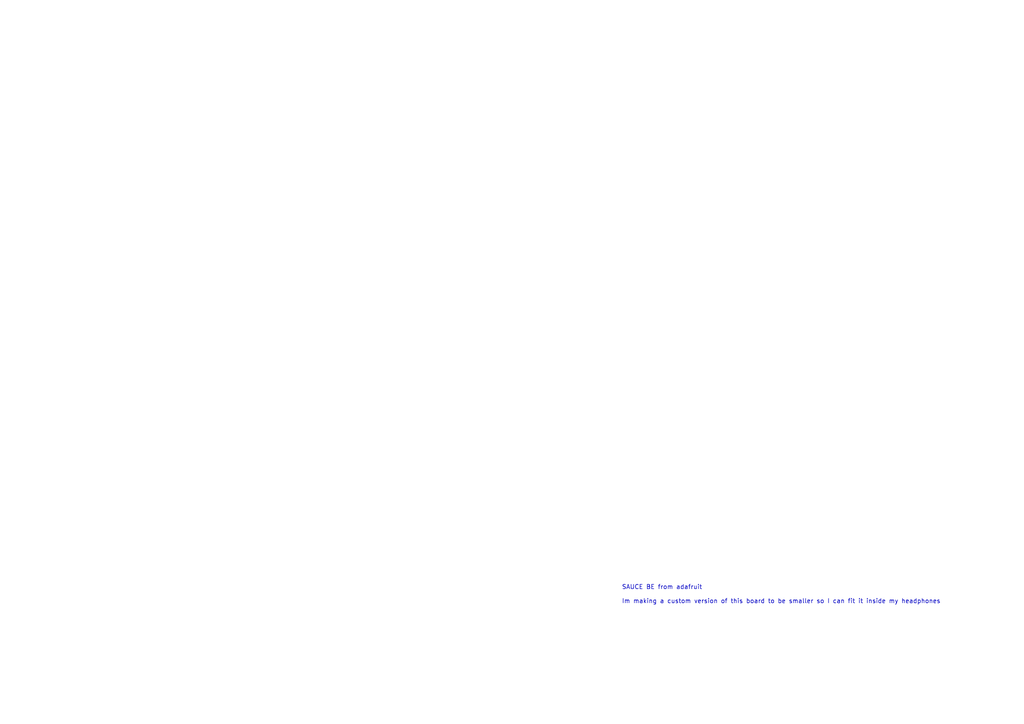
<source format=kicad_sch>
(kicad_sch (version 20211123) (generator eeschema)
  (paper "A4")
  (lib_symbols
    (symbol "Audio:UDA1334ATS"
      (property "Reference" "U" (at -10.16 16.51 0))
      (property "Value" "UDA1334ATS" (at 3.81 16.51 0))
      (symbol "UDA1334ATS_0_1"
        (rectangle (start -10.16 15.24) (end 10.16 -15.24) (stroke (width 0.254)) (fill (type background)))
      )
      (symbol "UDA1334ATS_1_1"
        (pin input line (at -12.7 12.7 0) (length 2.54) (name "BCK") (number "1"))
        (pin input line (at -12.7 2.54 0) (length 2.54) (name "PLL0") (number "10"))
        (pin input line (at -12.7 -7.62 0) (length 2.54) (name "SFOR0") (number "11"))
        (pin passive line (at 12.7 -7.62 180) (length 2.54) (name "Vref(DAC)") (number "12"))
        (pin power_in line (at 2.54 17.78 270) (length 2.54) (name "VDDA") (number "13"))
        (pin output line (at 12.7 7.62 180) (length 2.54) (name "VOUTL") (number "14"))
        (pin power_in line (at 2.54 -17.78 90) (length 2.54) (name "VSSA") (number "15"))
        (pin output line (at 12.7 5.08 180) (length 2.54) (name "VOUTR") (number "16"))
        (pin input line (at -12.7 10.16 0) (length 2.54) (name "WS") (number "2"))
        (pin input line (at -12.7 7.62 0) (length 2.54) (name "DATAI") (number "3"))
        (pin power_in line (at 0 17.78 270) (length 2.54) (name "VDDD") (number "4"))
        (pin power_in line (at 0 -17.78 90) (length 2.54) (name "VSSD") (number "5"))
        (pin input line (at -12.7 0 0) (length 2.54) (name "SYSCLK/PLL1") (number "6"))
        (pin input line (at -12.7 -10.16 0) (length 2.54) (name "SFOR1") (number "7"))
        (pin input line (at -12.7 -5.08 0) (length 2.54) (name "MUTE") (number "8"))
        (pin bidirectional line (at -12.7 -2.54 0) (length 2.54) (name "DEEM/CLKOUT") (number "9"))
      )
    )
    (symbol "Connector_Generic:Conn_01x06" (pin_names (offset 1.016) hide)
      (property "Reference" "J" (at 0 7.62 0))
      (property "Value" "Conn_01x06" (at 0 -10.16 0))
      (symbol "Conn_01x06_1_1"
        (rectangle (start -1.27 -7.493) (end 0 -7.747) (stroke (width 0.1524)))
        (rectangle (start -1.27 -4.953) (end 0 -5.207) (stroke (width 0.1524)))
        (rectangle (start -1.27 -2.413) (end 0 -2.667) (stroke (width 0.1524)))
        (rectangle (start -1.27 0.127) (end 0 -0.127) (stroke (width 0.1524)))
        (rectangle (start -1.27 2.667) (end 0 2.413) (stroke (width 0.1524)))
        (rectangle (start -1.27 5.207) (end 0 4.953) (stroke (width 0.1524)))
        (rectangle (start -1.27 6.35) (end 1.27 -8.89) (stroke (width 0.254)) (fill (type background)))
        (pin passive line (at -5.08 5.08 0) (length 3.81) (name "Pin_1") (number "1"))
        (pin passive line (at -5.08 2.54 0) (length 3.81) (name "Pin_2") (number "2"))
        (pin passive line (at -5.08 0 0) (length 3.81) (name "Pin_3") (number "3"))
        (pin passive line (at -5.08 -2.54 0) (length 3.81) (name "Pin_4") (number "4"))
        (pin passive line (at -5.08 -5.08 0) (length 3.81) (name "Pin_5") (number "5"))
        (pin passive line (at -5.08 -7.62 0) (length 3.81) (name "Pin_6") (number "6"))
      )
    )
    (symbol "Connector_Generic:Conn_01x09" (pin_names (offset 1.016) hide)
      (property "Reference" "J" (at 0 12.7 0))
      (property "Value" "Conn_01x09" (at 0 -12.7 0))
      (symbol "Conn_01x09_1_1"
        (rectangle (start -1.27 -10.033) (end 0 -10.287) (stroke (width 0.1524)))
        (rectangle (start -1.27 -7.493) (end 0 -7.747) (stroke (width 0.1524)))
        (rectangle (start -1.27 -4.953) (end 0 -5.207) (stroke (width 0.1524)))
        (rectangle (start -1.27 -2.413) (end 0 -2.667) (stroke (width 0.1524)))
        (rectangle (start -1.27 0.127) (end 0 -0.127) (stroke (width 0.1524)))
        (rectangle (start -1.27 2.667) (end 0 2.413) (stroke (width 0.1524)))
        (rectangle (start -1.27 5.207) (end 0 4.953) (stroke (width 0.1524)))
        (rectangle (start -1.27 7.747) (end 0 7.493) (stroke (width 0.1524)))
        (rectangle (start -1.27 10.287) (end 0 10.033) (stroke (width 0.1524)))
        (rectangle (start -1.27 11.43) (end 1.27 -11.43) (stroke (width 0.254)) (fill (type background)))
        (pin passive line (at -5.08 10.16 0) (length 3.81) (name "Pin_1") (number "1"))
        (pin passive line (at -5.08 7.62 0) (length 3.81) (name "Pin_2") (number "2"))
        (pin passive line (at -5.08 5.08 0) (length 3.81) (name "Pin_3") (number "3"))
        (pin passive line (at -5.08 2.54 0) (length 3.81) (name "Pin_4") (number "4"))
        (pin passive line (at -5.08 0 0) (length 3.81) (name "Pin_5") (number "5"))
        (pin passive line (at -5.08 -2.54 0) (length 3.81) (name "Pin_6") (number "6"))
        (pin passive line (at -5.08 -5.08 0) (length 3.81) (name "Pin_7") (number "7"))
        (pin passive line (at -5.08 -7.62 0) (length 3.81) (name "Pin_8") (number "8"))
        (pin passive line (at -5.08 -10.16 0) (length 3.81) (name "Pin_9") (number "9"))
      )
    )
    (symbol "Device:C_Small" (pin_numbers hide) (pin_names (offset 0.254) hide)
      (property "Reference" "C" (at 0.254 1.778 0))
      (property "Value" "C_Small" (at 0.254 -2.032 0))
      (symbol "C_Small_0_1"
        (polyline (pts (xy -1.524 -0.508) (xy 1.524 -0.508)) (stroke (width 0.3302)))
        (polyline (pts (xy -1.524 0.508) (xy 1.524 0.508)) (stroke (width 0.3048)))
      )
      (symbol "C_Small_1_1"
        (pin passive line (at 0 2.54 270) (length 2.032) (name "~") (number "1"))
        (pin passive line (at 0 -2.54 90) (length 2.032) (name "~") (number "2"))
      )
    )
    (symbol "Device:FerriteBead_Small" (pin_numbers hide) (pin_names (offset 0))
      (property "Reference" "FB" (at 1.905 1.27 0))
      (property "Value" "FerriteBead_Small" (at 1.905 -1.27 0))
      (symbol "FerriteBead_Small_0_1"
        (polyline (pts (xy 0 -1.27) (xy 0 -0.7874)))
        (polyline (pts (xy 0 0.889) (xy 0 1.2954)))
        (polyline (pts (xy -1.8288 0.2794) (xy -1.1176 1.4986) (xy 1.8288 -0.2032) (xy 1.1176 -1.4224) (xy -1.8288 0.2794)))
      )
      (symbol "FerriteBead_Small_1_1"
        (pin passive line (at 0 2.54 270) (length 1.27) (name "~") (number "1"))
        (pin passive line (at 0 -2.54 90) (length 1.27) (name "~") (number "2"))
      )
    )
    (symbol "Device:R_Small" (pin_numbers hide) (pin_names (offset 0.254) hide)
      (property "Reference" "R" (at 0.762 0.508 0))
      (property "Value" "R_Small" (at 0.762 -1.016 0))
      (symbol "R_Small_0_1"
        (rectangle (start -0.762 1.778) (end 0.762 -1.778) (stroke (width 0.2032)))
      )
      (symbol "R_Small_1_1"
        (pin passive line (at 0 2.54 270) (length 0.762) (name "~") (number "1"))
        (pin passive line (at 0 -2.54 90) (length 0.762) (name "~") (number "2"))
      )
    )
    (symbol "Mechanical:MountingHole" (pin_names (offset 1.016))
      (property "Reference" "H" (at 0 5.08 0))
      (property "Value" "MountingHole" (at 0 3.175 0))
      (symbol "MountingHole_0_1"
        (circle (center 0 0) (radius 1.27) (stroke (width 1.27)))
      )
    )
    (symbol "Regulator_Linear:SPX3819M5-L-3-3" (pin_names (offset 0.254))
      (property "Reference" "U" (at -3.81 5.715 0))
      (property "Value" "SPX3819M5-L-3-3" (at 0 5.715 0))
      (symbol "SPX3819M5-L-3-3_0_1"
        (rectangle (start -5.08 4.445) (end 5.08 -5.08) (stroke (width 0.254)) (fill (type background)))
      )
      (symbol "SPX3819M5-L-3-3_1_1"
        (pin power_in line (at -7.62 2.54 0) (length 2.54) (name "IN") (number "1"))
        (pin power_in line (at 0 -7.62 90) (length 2.54) (name "GND") (number "2"))
        (pin input line (at -7.62 0 0) (length 2.54) (name "EN") (number "3"))
        (pin input line (at 7.62 0 180) (length 2.54) (name "BP") (number "4"))
        (pin power_out line (at 7.62 2.54 180) (length 2.54) (name "OUT") (number "5"))
      )
    )
    (symbol "UDA1334-eagle-import:3.3V" (power)
      (property "Value" "3.3V" (at -1.524 1.016 0))
      (symbol "3.3V_1_0"
        (polyline (pts (xy -1.27 -1.27) (xy 0 0)) (stroke (width 0.254)))
        (polyline (pts (xy 0 0) (xy 1.27 -1.27)) (stroke (width 0.254)))
        (pin power_in line (at 0 -2.54 90) (length 2.54) (name "3.3V") (number "1"))
      )
    )
    (symbol "UDA1334-eagle-import:VIN" (power)
      (property "Value" "VIN" (at -1.524 1.016 0))
      (symbol "VIN_1_0"
        (polyline (pts (xy -1.27 -1.27) (xy 0 0)) (stroke (width 0.254)))
        (polyline (pts (xy 0 0) (xy 1.27 -1.27)) (stroke (width 0.254)))
        (pin power_in line (at 0 -2.54 90) (length 2.54) (name "VIN") (number "1"))
      )
    )
    (symbol "power:GND" (power) (pin_names (offset 0))
      (property "Value" "GND" (at 0 -3.81 0))
      (symbol "GND_0_1"
        (polyline (pts (xy 0 0) (xy 0 -1.27) (xy 1.27 -1.27) (xy 0 -2.54) (xy -1.27 -1.27) (xy 0 -1.27)))
      )
      (symbol "GND_1_1"
        (pin power_in line (at 0 0 270) (length 0) hide (name "GND") (number "1"))
      )
    )
    (symbol "power:GNDA" (power) (pin_names (offset 0))
      (property "Value" "GNDA" (at 0 -3.81 0))
      (symbol "GNDA_0_1"
        (polyline (pts (xy 0 0) (xy 0 -1.27) (xy 1.27 -1.27) (xy 0 -2.54) (xy -1.27 -1.27) (xy 0 -1.27)))
      )
      (symbol "GNDA_1_1"
        (pin power_in line (at 0 0 270) (length 0) hide (name "GNDA") (number "1"))
      )
    )
  )
  (junction (at 325.12 99.06))
  (junction (at 414.02 53.34))
  (junction (at 439.42 40.64))
  (junction (at 326.39 54.61))
  (junction (at 363.22 46.99))
  (junction (at 360.68 99.06))
  (junction (at 350.52 46.99))
  (junction (at 350.52 54.61))
  (junction (at 339.09 54.61))
  (junction (at 450.85 40.64))
  (junction (at 434.34 24.13))
  (junction (at 443.23 24.13))
  (junction (at 330.2 99.06))
  (junction (at 339.09 46.99))
  (junction (at 363.22 54.61))
  (polyline (pts (xy 499.11 12.7) (xy 499.11 176.53)))
  (wire (pts (xy 450.85 41.91) (xy 450.85 40.64)))
  (wire (pts (xy 455.93 69.85) (xy 430.53 69.85)))
  (wire (pts (xy 435.61 110.49) (xy 435.61 107.95)))
  (wire (pts (xy 375.92 45.72) (xy 386.08 45.72)))
  (wire (pts (xy 439.42 40.64) (xy 444.5 40.64)))
  (wire (pts (xy 453.39 123.19) (xy 430.53 123.19)))
  (wire (pts (xy 450.85 46.99) (xy 450.85 48.26)))
  (wire (pts (xy 425.45 115.57) (xy 425.45 123.19)))
  (wire (pts (xy 411.48 53.34) (xy 414.02 53.34)))
  (wire (pts (xy 455.93 77.47) (xy 430.53 77.47)))
  (wire (pts (xy 339.09 63.5) (xy 339.09 54.61)))
  (wire (pts (xy 330.2 101.6) (xy 330.2 99.06)))
  (wire (pts (xy 443.23 31.75) (xy 443.23 30.48)))
  (wire (pts (xy 434.34 24.13) (xy 431.8 24.13)))
  (wire (pts (xy 342.9 109.22) (xy 342.9 118.11)))
  (wire (pts (xy 414.02 53.34) (xy 421.64 53.34)))
  (wire (pts (xy 453.39 118.11) (xy 430.53 118.11)))
  (wire (pts (xy 373.38 48.26) (xy 386.08 48.26)))
  (wire (pts (xy 350.52 46.99) (xy 353.06 46.99)))
  (wire (pts (xy 397.51 95.25) (xy 397.51 97.79)))
  (wire (pts (xy 321.31 54.61) (xy 321.31 59.69)))
  (wire (pts (xy 360.68 111.76) (xy 360.68 116.84)))
  (wire (pts (xy 397.51 102.87) (xy 397.51 110.49)))
  (wire (pts (xy 402.59 102.87) (xy 402.59 110.49)))
  (wire (pts (xy 434.34 24.13) (xy 436.88 24.13)))
  (wire (pts (xy 425.45 128.27) (xy 425.45 135.89)))
  (wire (pts (xy 414.02 53.34) (xy 414.02 58.42)))
  (wire (pts (xy 387.35 95.25) (xy 387.35 97.79)))
  (wire (pts (xy 363.22 36.83) (xy 363.22 29.21)))
  (wire (pts (xy 387.35 102.87) (xy 387.35 110.49)))
  (wire (pts (xy 421.64 38.1) (xy 421.64 24.13)))
  (wire (pts (xy 379.73 55.88) (xy 386.08 55.88)))
  (wire (pts (xy 360.68 99.06) (xy 360.68 93.98)))
  (wire (pts (xy 326.39 54.61) (xy 321.31 54.61)))
  (wire (pts (xy 392.43 95.25) (xy 392.43 97.79)))
  (wire (pts (xy 443.23 25.4) (xy 443.23 24.13)))
  (wire (pts (xy 411.48 40.64) (xy 431.8 40.64)))
  (wire (pts (xy 421.64 53.34) (xy 421.64 58.42)))
  (wire (pts (xy 363.22 46.99) (xy 363.22 41.91)))
  (wire (pts (xy 325.12 99.06) (xy 325.12 106.68)))
  (wire (pts (xy 392.43 102.87) (xy 392.43 110.49)))
  (wire (pts (xy 334.01 54.61) (xy 339.09 54.61)))
  (wire (pts (xy 350.52 99.06) (xy 360.68 99.06)))
  (wire (pts (xy 353.06 54.61) (xy 350.52 54.61)))
  (wire (pts (xy 411.48 38.1) (xy 421.64 38.1)))
  (wire (pts (xy 381 50.8) (xy 386.08 50.8)))
  (wire (pts (xy 325.12 111.76) (xy 325.12 116.84)))
  (wire (pts (xy 439.42 41.91) (xy 439.42 40.64)))
  (wire (pts (xy 353.06 101.6) (xy 350.52 101.6)))
  (wire (pts (xy 453.39 125.73) (xy 430.53 125.73)))
  (wire (pts (xy 453.39 130.81) (xy 430.53 130.81)))
  (wire (pts (xy 326.39 54.61) (xy 326.39 46.99)))
  (wire (pts (xy 358.14 46.99) (xy 363.22 46.99)))
  (wire (pts (xy 453.39 110.49) (xy 435.61 110.49)))
  (wire (pts (xy 439.42 40.64) (xy 436.88 40.64)))
  (wire (pts (xy 350.52 41.91) (xy 350.52 46.99)))
  (wire (pts (xy 330.2 101.6) (xy 335.28 101.6)))
  (wire (pts (xy 379.73 43.18) (xy 386.08 43.18)))
  (wire (pts (xy 345.44 54.61) (xy 345.44 59.69)))
  (wire (pts (xy 453.39 115.57) (xy 425.45 115.57)))
  (polyline (pts (xy 499.11 176.53) (xy 311.15 176.53)))
  (wire (pts (xy 330.2 99.06) (xy 335.28 99.06)))
  (wire (pts (xy 455.93 80.01) (xy 430.53 80.01)))
  (wire (pts (xy 330.2 99.06) (xy 325.12 99.06)))
  (wire (pts (xy 421.64 24.13) (xy 426.72 24.13)))
  (wire (pts (xy 407.67 95.25) (xy 407.67 97.79)))
  (wire (pts (xy 443.23 24.13) (xy 445.77 24.13)))
  (wire (pts (xy 353.06 106.68) (xy 353.06 101.6)))
  (wire (pts (xy 441.96 24.13) (xy 443.23 24.13)))
  (wire (pts (xy 350.52 54.61) (xy 350.52 46.99)))
  (wire (pts (xy 382.27 95.25) (xy 382.27 97.79)))
  (wire (pts (xy 353.06 117.602) (xy 353.06 111.76)))
  (wire (pts (xy 326.39 46.99) (xy 328.93 46.99)))
  (wire (pts (xy 455.93 74.93) (xy 430.53 74.93)))
  (polyline (pts (xy 311.15 12.7) (xy 499.11 12.7)))
  (wire (pts (xy 453.39 113.03) (xy 430.53 113.03)))
  (wire (pts (xy 339.09 46.99) (xy 339.09 29.21)))
  (wire (pts (xy 363.22 54.61) (xy 363.22 46.99)))
  (wire (pts (xy 378.46 38.1) (xy 386.08 38.1)))
  (wire (pts (xy 325.12 99.06) (xy 325.12 93.98)))
  (wire (pts (xy 374.65 35.56) (xy 386.08 35.56)))
  (wire (pts (xy 434.34 30.48) (xy 434.34 31.75)))
  (wire (pts (xy 453.39 120.65) (xy 430.53 120.65)))
  (wire (pts (xy 455.93 72.39) (xy 430.53 72.39)))
  (polyline (pts (xy 311.15 12.7) (xy 311.15 176.53)))
  (wire (pts (xy 414.02 63.5) (xy 414.02 68.58)))
  (wire (pts (xy 334.01 46.99) (xy 339.09 46.99)))
  (wire (pts (xy 421.64 63.5) (xy 421.64 68.58)))
  (wire (pts (xy 407.67 102.87) (xy 407.67 110.49)))
  (wire (pts (xy 379.73 53.34) (xy 386.08 53.34)))
  (wire (pts (xy 434.34 24.13) (xy 434.34 25.4)))
  (wire (pts (xy 360.68 99.06) (xy 360.68 106.68)))
  (wire (pts (xy 450.85 40.64) (xy 453.39 40.64)))
  (wire (pts (xy 430.53 113.03) (xy 430.53 107.95)))
  (wire (pts (xy 326.39 59.69) (xy 326.39 54.61)))
  (wire (pts (xy 339.09 54.61) (xy 339.09 46.99)))
  (wire (pts (xy 402.59 95.25) (xy 402.59 97.79)))
  (wire (pts (xy 439.42 46.99) (xy 439.42 48.26)))
  (wire (pts (xy 358.14 54.61) (xy 363.22 54.61)))
  (wire (pts (xy 449.58 40.64) (xy 450.85 40.64)))
  (wire (pts (xy 455.93 82.55) (xy 430.53 82.55)))
  (wire (pts (xy 453.39 128.27) (xy 425.45 128.27)))
  (wire (pts (xy 350.52 62.23) (xy 350.52 54.61)))
  (wire (pts (xy 328.93 54.61) (xy 326.39 54.61)))
  (wire (pts (xy 363.22 59.69) (xy 363.22 54.61)))
  (wire (pts (xy 375.92 33.02) (xy 386.08 33.02)))
  (wire (pts (xy 382.27 102.87) (xy 382.27 110.49)))
  (text "MUTE:\nLOW = Mute Off\nHIGH = Mute On" (at 328.93 156.21 180) (effects (font (size 1.778 1.5113)) (justify left bottom)))
  (text "SFOR0   SFOR1   Function\nLOW     LOW     I2S-Bus Input\nLOW     HIGH    LSB-justified 16 bits input\nHIGH     LOW    LSB-justified 20 bits input\nHIGH     HIGH   LSB-justified 24 bits input" (at 328.93 143.51 0) (effects (font (size 1.778 1.5113)) (justify left bottom)))
  (text "DEEM:\nLOW = De-emphasis off\nHIGH = De-emphasis on" (at 328.93 168.91 180) (effects (font (size 1.778 1.5113)) (justify left bottom)))
  (text "UDA1334" (at 313.69 19.05 0) (effects (font (size 3 3) bold) (justify left bottom)))
  (text "SAUCE BE from adafruit\n\nIm making a custom version of this board to be smaller so I can fit it inside my headphones" (at 180.34 175.26 0) (effects (font (size 1.27 1.27)) (justify left bottom)))
  (label "OUTL" (at 430.53 125.73 0) (effects (font (size 1.2446 1.2446))))
  (label "SYSCLK_IN" (at 430.53 69.85 0) (effects (font (size 1.2446 1.2446))))
  (label "WORDSEL_IN" (at 374.65 35.56 0) (effects (font (size 1.2446 1.2446))))
  (label "SFOR0" (at 379.73 53.34 0) (effects (font (size 1.2446 1.2446))))
  (label "SFOR0" (at 392.43 95.25 90) (effects (font (size 1.2446 1.2446))))
  (label "PLL_IN" (at 430.53 80.01 0) (effects (font (size 1.2446 1.2446))))
  (label "OUTL" (at 445.77 24.13 0) (effects (font (size 1.2446 1.2446))))
  (label "PLL_IN" (at 407.67 95.25 90) (effects (font (size 1.2446 1.2446))))
  (label "OUTR" (at 430.53 130.81 0) (effects (font (size 1.2446 1.2446))))
  (label "BITCLK_IN" (at 375.92 33.02 0) (effects (font (size 1.2446 1.2446))))
  (label "MUTE" (at 381 50.8 0) (effects (font (size 1.2446 1.2446))))
  (label "MUTE" (at 430.53 74.93 0) (effects (font (size 1.2446 1.2446))))
  (label "MUTE" (at 397.51 95.25 90) (effects (font (size 1.2446 1.2446))))
  (label "SYSCLK_IN" (at 382.27 95.25 90) (effects (font (size 1.2446 1.2446))))
  (label "OUTR" (at 453.39 40.64 0) (effects (font (size 1.2446 1.2446))))
  (label "BITCLK_IN" (at 430.53 123.19 0) (effects (font (size 1.2446 1.2446))))
  (label "DEEM/CLKOUT" (at 373.38 48.26 0) (effects (font (size 1.2446 1.2446))))
  (label "SYSCLK_IN" (at 375.92 45.72 0) (effects (font (size 1.2446 1.2446))))
  (label "DEEM/CLKOUT" (at 402.59 95.25 90) (effects (font (size 1.2446 1.2446))))
  (label "SFOR1" (at 430.53 72.39 0) (effects (font (size 1.2446 1.2446))))
  (label "DATA_IN" (at 378.46 38.1 0) (effects (font (size 1.2446 1.2446))))
  (label "WORDSEL_IN" (at 430.53 118.11 0) (effects (font (size 1.2446 1.2446))))
  (label "DEEM/CLKOUT" (at 430.53 82.55 0) (effects (font (size 1.2446 1.2446))))
  (label "SFOR0" (at 430.53 77.47 0) (effects (font (size 1.2446 1.2446))))
  (label "DATA_IN" (at 430.53 120.65 0) (effects (font (size 1.2446 1.2446))))
  (label "PLL_IN" (at 379.73 43.18 0) (effects (font (size 1.2446 1.2446))))
  (label "SFOR1" (at 387.35 95.25 90) (effects (font (size 1.2446 1.2446))))
  (label "SFOR1" (at 379.73 55.88 0) (effects (font (size 1.2446 1.2446))))
  (global_label "VDDA" (shape input) (at 401.32 27.94 90) (property "Intersheet References" "${INTERSHEET_REFS}" (effects hide)))
  (global_label "VDDD" (shape input) (at 339.09 63.5 180) (property "Intersheet References" "${INTERSHEET_REFS}" (effects hide)))
  (global_label "VDDA" (shape input) (at 363.22 59.69 180) (property "Intersheet References" "${INTERSHEET_REFS}" (effects hide)))
  (global_label "VSSD" (shape input) (at 326.39 59.69 0) (property "Intersheet References" "${INTERSHEET_REFS}" (effects hide)))
  (global_label "VSSA" (shape input) (at 350.52 62.23 0) (property "Intersheet References" "${INTERSHEET_REFS}" (effects hide)))
  (global_label "VSSD" (shape input) (at 398.78 63.5 270) (property "Intersheet References" "${INTERSHEET_REFS}" (effects hide)))
  (global_label "VSSA" (shape input) (at 401.32 63.5 270) (property "Intersheet References" "${INTERSHEET_REFS}" (effects hide)))
  (global_label "VDDD" (shape input) (at 398.78 27.94 90) (property "Intersheet References" "${INTERSHEET_REFS}" (effects hide)))
  (symbol (lib_id "power:GND") (at 425.45 123.19 0) (unit 1)
    (property "Reference" "#U$26" (effects hide))
    (property "Value" "GND" (at 423.926 125.73 0) (effects (font (size 1.27 1.0795)) (justify left bottom)))
  )
  (symbol (lib_id "Device:R_Small") (at 397.51 100.33 180) (unit 1)
    (property "Reference" "R9" (at 394.97 100.33 0))
    (property "Value" "10k" (at 397.51 100.33 90) (effects (font (size 1.016 1.016) bold)))
    (property "Footprint" "Resistor_SMD:R_0603_1608Metric" (effects hide))
  )
  (symbol (lib_id "power:GND") (at 360.68 116.84 0) (unit 1)
    (property "Reference" "#U$20" (effects hide))
    (property "Value" "GND" (at 359.156 119.38 0) (effects (font (size 1.27 1.0795)) (justify left bottom)))
  )
  (symbol (lib_id "UDA1334-eagle-import:VIN") (at 325.12 91.44 0) (unit 1)
    (property "Reference" "#U$22" (effects hide))
    (property "Value" "VIN" (at 323.596 90.424 0) (effects (font (size 1.27 1.0795)) (justify left bottom)))
  )
  (symbol (lib_id "Device:R_Small") (at 434.34 27.94 180) (unit 1)
    (property "Reference" "R3" (at 434.34 30.48 0))
    (property "Value" "220k" (at 434.34 27.94 0) (effects (font (size 1.016 1.016) bold)))
    (property "Footprint" "Capacitor_SMD:C_0805_2012Metric" (effects hide))
  )
  (symbol (lib_id "Device:C_Small") (at 443.23 27.94 0) (unit 1)
    (property "Reference" "C7" (at 440.94 26.69 90))
    (property "Value" "0.01uF" (at 445.53 26.69 90))
    (property "Footprint" "Capacitor_SMD:C_0805_2012Metric" (effects hide))
  )
  (symbol (lib_id "Device:C_Small") (at 355.6 46.99 270) (unit 1)
    (property "Reference" "C2" (at 356.85 44.7 90))
    (property "Value" "10uF" (at 356.85 49.29 90))
    (property "Footprint" "Capacitor_SMD:C_0805_2012Metric" (effects hide))
  )
  (symbol (lib_id "Audio:UDA1334ATS") (at 398.78 45.72 0) (unit 1)
    (property "Reference" "U?" (at 403.3394 25.4 0) (effects (justify left)))
    (property "Value" "UDA1334ATS" (at 403.3394 27.94 0) (effects (justify left)))
    (property "Footprint" "Package_SO:SSOP-16_4.4x5.2mm_P0.65mm" (effects hide))
    (property "Datasheet" "http://www.nxp.com/docs/en/data-sheet/UDA1334ATS.pdf" (effects hide))
  )
  (symbol (lib_id "power:GND") (at 397.51 110.49 0) (unit 1)
    (property "Reference" "#U$15" (effects hide))
    (property "Value" "GND" (at 395.986 113.03 0) (effects (font (size 1.27 1.0795)) (justify left bottom)))
  )
  (symbol (lib_id "power:GND") (at 402.59 110.49 0) (unit 1)
    (property "Reference" "#U$16" (effects hide))
    (property "Value" "GND" (at 401.066 113.03 0) (effects (font (size 1.27 1.0795)) (justify left bottom)))
  )
  (symbol (lib_id "Device:R_Small") (at 382.27 100.33 180) (unit 1)
    (property "Reference" "R7" (at 379.73 100.33 0))
    (property "Value" "10k" (at 382.27 100.33 90) (effects (font (size 1.016 1.016) bold)))
    (property "Footprint" "Resistor_SMD:R_0603_1608Metric" (effects hide))
  )
  (symbol (lib_id "Device:R_Small") (at 407.67 100.33 180) (unit 1)
    (property "Reference" "R1" (at 405.13 100.33 0))
    (property "Value" "10k" (at 407.67 100.33 90) (effects (font (size 1.016 1.016) bold)))
    (property "Footprint" "Resistor_SMD:R_0603_1608Metric" (effects hide))
  )
  (symbol (lib_id "Device:C_Small") (at 450.85 44.45 0) (unit 1)
    (property "Reference" "C8" (at 448.56 43.2 90))
    (property "Value" "0.01uF" (at 453.15 43.2 90))
    (property "Footprint" "Capacitor_SMD:C_0805_2012Metric" (effects hide))
  )
  (symbol (lib_id "power:GND") (at 321.31 59.69 0) (unit 1)
    (property "Reference" "#U$1" (effects hide))
    (property "Value" "GND" (at 319.786 62.23 0) (effects (font (size 1.27 1.0795)) (justify left bottom)))
  )
  (symbol (lib_id "UDA1334-eagle-import:VIN") (at 435.61 105.41 0) (unit 1)
    (property "Reference" "#U$24" (effects hide))
    (property "Value" "VIN" (at 434.086 104.394 0) (effects (font (size 1.27 1.0795)) (justify left bottom)))
  )
  (symbol (lib_id "Device:R_Small") (at 447.04 40.64 90) (unit 1)
    (property "Reference" "R6" (at 444.5 40.64 0))
    (property "Value" "100" (at 447.04 40.64 90) (effects (font (size 1.016 1.016) bold)))
    (property "Footprint" "Capacitor_SMD:C_0805_2012Metric" (effects hide))
  )
  (symbol (lib_id "Device:C_Small") (at 331.47 46.99 270) (unit 1)
    (property "Reference" "C4" (at 332.72 44.7 90))
    (property "Value" "10uF" (at 332.72 49.29 90))
    (property "Footprint" "Capacitor_SMD:C_0805_2012Metric" (effects hide))
  )
  (symbol (lib_id "power:GNDA") (at 434.34 31.75 0) (unit 1)
    (property "Reference" "#AGND6" (effects hide))
    (property "Value" "AGND" (at 431.8 34.29 90) (effects (font (size 1.778 1.5113)) (justify left bottom)))
  )
  (symbol (lib_id "Device:C_Small") (at 325.12 109.22 0) (unit 1)
    (property "Reference" "C11" (at 322.83 107.97 90))
    (property "Value" "10uF" (at 327.42 107.97 90))
    (property "Footprint" "Capacitor_SMD:C_0805_2012Metric" (effects hide))
  )
  (symbol (lib_id "power:GNDA") (at 443.23 31.75 0) (unit 1)
    (property "Reference" "#AGND5" (effects hide))
    (property "Value" "AGND" (at 441.96 34.29 90) (effects (font (size 1.778 1.5113)) (justify left bottom)))
  )
  (symbol (lib_id "power:GNDA") (at 350.52 41.91 180) (unit 1)
    (property "Reference" "#AGND7" (effects hide))
    (property "Value" "AGND" (at 353.06 36.83 90) (effects (font (size 1.778 1.5113)) (justify left bottom)))
  )
  (symbol (lib_id "UDA1334-eagle-import:3.3V") (at 430.53 105.41 0) (unit 1)
    (property "Reference" "#U$25" (effects hide))
    (property "Value" "3.3V" (at 429.006 104.394 0) (effects (font (size 1.27 1.0795)) (justify left bottom)))
  )
  (symbol (lib_id "power:GND") (at 353.06 117.602 0) (unit 1)
    (property "Reference" "#U$?" (effects hide))
    (property "Value" "GND" (at 351.79 116.967 0) (effects (font (size 1.27 1.0795)) (justify left bottom)))
  )
  (symbol (lib_id "Mechanical:MountingHole") (at 487.68 22.86 0) (unit 1)
    (property "Reference" "U$11" (effects hide))
    (property "Value" "MOUNTINGHOLE" (effects hide))
    (property "Footprint" "MountingHole:MountingHole_2.2mm_M2" (effects hide))
  )
  (symbol (lib_id "Device:C_Small") (at 421.64 60.96 0) (unit 1)
    (property "Reference" "C5" (at 419.35 59.71 90))
    (property "Value" "10uF" (at 423.94 59.71 90))
    (property "Footprint" "Capacitor_SMD:C_0805_2012Metric" (effects hide))
  )
  (symbol (lib_id "Connector_Generic:Conn_01x06") (at 461.01 74.93 0) (unit 1)
    (property "Reference" "JP1" (at 454.66 64.135 0) (effects (font (size 1.778 1.5113)) (justify left bottom)))
    (property "Value" "HEADER-1X670MIL" (at 454.66 85.09 0) (effects (font (size 1.778 1.5113)) (justify left bottom)))
    (property "Footprint" "Connector_PinHeader_2.54mm:PinHeader_1x06_P2.54mm_Vertical" (effects hide))
  )
  (symbol (lib_id "power:GNDA") (at 414.02 68.58 0) (unit 1)
    (property "Reference" "#AGND2" (effects hide))
    (property "Value" "AGND" (at 411.48 73.66 90) (effects (font (size 1.778 1.5113)) (justify left bottom)))
  )
  (symbol (lib_id "Device:C_Small") (at 360.68 109.22 0) (unit 1)
    (property "Reference" "C12" (at 358.39 107.97 90))
    (property "Value" "10uF" (at 362.98 107.97 90))
    (property "Footprint" "Capacitor_SMD:C_0805_2012Metric" (effects hide))
  )
  (symbol (lib_id "power:GNDA") (at 425.45 135.89 0) (unit 1)
    (property "Reference" "#AGND8" (effects hide))
    (property "Value" "AGND" (at 422.91 140.97 90) (effects (font (size 1.778 1.5113)) (justify left bottom)))
  )
  (symbol (lib_id "Device:R_Small") (at 402.59 100.33 180) (unit 1)
    (property "Reference" "R8" (at 400.05 100.33 0))
    (property "Value" "10k" (at 402.59 100.33 90) (effects (font (size 1.016 1.016) bold)))
    (property "Footprint" "Resistor_SMD:R_0603_1608Metric" (effects hide))
  )
  (symbol (lib_id "Device:C_Small") (at 353.06 109.22 0) (unit 1)
    (property "Reference" "C121" (at 350.77 107.97 90))
    (property "Value" "10uF" (at 355.36 107.97 90))
    (property "Footprint" "Capacitor_SMD:C_0805_2012Metric" (effects hide))
  )
  (symbol (lib_id "Device:R_Small") (at 439.42 44.45 180) (unit 1)
    (property "Reference" "R5" (at 439.42 46.99 0))
    (property "Value" "220k" (at 439.42 44.45 0) (effects (font (size 1.016 1.016) bold)))
    (property "Footprint" "Capacitor_SMD:C_0805_2012Metric" (effects hide))
  )
  (symbol (lib_id "power:GNDA") (at 439.42 48.26 0) (unit 1)
    (property "Reference" "#AGND4" (effects hide))
    (property "Value" "AGND" (at 444.5 53.34 90) (effects (font (size 1.778 1.5113)) (justify left bottom)))
  )
  (symbol (lib_id "Mechanical:MountingHole") (at 472.44 22.86 0) (unit 1)
    (property "Reference" "U$14" (effects hide))
    (property "Value" "MOUNTINGHOLE" (effects hide))
    (property "Footprint" "MountingHole:MountingHole_2.2mm_M2" (effects hide))
  )
  (symbol (lib_id "power:GND") (at 387.35 110.49 0) (unit 1)
    (property "Reference" "#U$18" (effects hide))
    (property "Value" "GND" (at 385.826 113.03 0) (effects (font (size 1.27 1.0795)) (justify left bottom)))
  )
  (symbol (lib_id "Mechanical:MountingHole") (at 477.52 22.86 0) (unit 1)
    (property "Reference" "U$13" (effects hide))
    (property "Value" "MOUNTINGHOLE" (effects hide))
    (property "Footprint" "MountingHole:MountingHole_2.2mm_M2" (effects hide))
  )
  (symbol (lib_id "power:GND") (at 342.9 118.11 0) (unit 1)
    (property "Reference" "#U$23" (effects hide))
    (property "Value" "GND" (at 341.63 117.475 0) (effects (font (size 1.27 1.0795)) (justify left bottom)))
  )
  (symbol (lib_id "Mechanical:MountingHole") (at 482.6 22.86 0) (unit 1)
    (property "Reference" "U$12" (effects hide))
    (property "Value" "MOUNTINGHOLE" (effects hide))
    (property "Footprint" "MountingHole:MountingHole_2.2mm_M2" (effects hide))
  )
  (symbol (lib_id "Connector_Generic:Conn_01x09") (at 458.47 120.65 0) (unit 1)
    (property "Reference" "JP3" (at 452.12 107.315 0) (effects (font (size 1.778 1.5113)) (justify left bottom)))
    (property "Value" "HEADER-1X970MIL" (at 452.12 135.89 0) (effects (font (size 1.778 1.5113)) (justify left bottom)))
    (property "Footprint" "Connector_PinHeader_2.54mm:PinHeader_1x09_P2.54mm_Vertical" (effects hide))
  )
  (symbol (lib_id "Device:C_Small") (at 434.34 40.64 90) (unit 1)
    (property "Reference" "C10" (at 433.09 43.03 90))
    (property "Value" "47uF" (at 433.09 38.14 90))
    (property "Footprint" "Capacitor_SMD:CP_Elec_4x5.4" (effects hide))
  )
  (symbol (lib_id "power:GNDA") (at 450.85 48.26 0) (unit 1)
    (property "Reference" "#AGND3" (effects hide))
    (property "Value" "AGND" (at 448.31 53.34 90) (effects (font (size 1.778 1.5113)) (justify left bottom)))
  )
  (symbol (lib_id "power:GND") (at 392.43 110.49 0) (unit 1)
    (property "Reference" "#U$17" (effects hide))
    (property "Value" "GND" (at 390.906 113.03 0) (effects (font (size 1.27 1.0795)) (justify left bottom)))
  )
  (symbol (lib_id "Device:C_Small") (at 414.02 60.96 0) (unit 1)
    (property "Reference" "C9" (at 411.73 59.71 90))
    (property "Value" "0.1uF" (at 416.32 59.71 90))
    (property "Footprint" "Capacitor_SMD:C_0805_2012Metric" (effects hide))
  )
  (symbol (lib_id "Device:C_Small") (at 429.26 24.13 90) (mirror x) (unit 1)
    (property "Reference" "C6" (at 428.01 21.74 90))
    (property "Value" "47uF" (at 428.01 26.63 90))
    (property "Footprint" "Capacitor_SMD:CP_Elec_4x5.4" (effects hide))
  )
  (symbol (lib_id "Device:C_Small") (at 355.6 54.61 270) (unit 1)
    (property "Reference" "C1" (at 356.85 52.32 90))
    (property "Value" "0.1uF" (at 356.85 56.91 90))
    (property "Footprint" "Capacitor_SMD:C_0805_2012Metric" (effects hide))
  )
  (symbol (lib_id "power:GND") (at 382.27 110.49 0) (unit 1)
    (property "Reference" "#U$31" (effects hide))
    (property "Value" "GND" (at 380.746 113.03 0) (effects (font (size 1.27 1.0795)) (justify left bottom)))
  )
  (symbol (lib_id "power:GNDA") (at 421.64 68.58 0) (unit 1)
    (property "Reference" "#AGND1" (effects hide))
    (property "Value" "AGND" (at 419.1 73.66 90) (effects (font (size 1.778 1.5113)) (justify left bottom)))
  )
  (symbol (lib_id "Regulator_Linear:SPX3819M5-L-3-3") (at 342.9 101.6 0) (unit 1)
    (property "Reference" "U2" (at 335.28 95.504 0) (effects (font (size 1.27 1.0795)) (justify left bottom)))
    (property "Value" "MIC5225-3.3" (at 326.898 104.648 0) (effects (font (size 1.27 1.0795)) (justify left bottom)))
    (property "Footprint" "Package_TO_SOT_SMD:SOT-23-5" (effects hide))
    (property "Datasheet" "https://www.exar.com/content/document.ashx?id=22106&languageid=1033&type=Datasheet&partnumber=SPX3819&filename=SPX3819.pdf&part=SPX3819" (effects hide))
  )
  (symbol (lib_id "power:GND") (at 325.12 116.84 0) (unit 1)
    (property "Reference" "#U$19" (effects hide))
    (property "Value" "GND" (at 323.596 119.38 0) (effects (font (size 1.27 1.0795)) (justify left bottom)))
  )
  (symbol (lib_id "power:GND") (at 407.67 110.49 0) (unit 1)
    (property "Reference" "#U$30" (effects hide))
    (property "Value" "GND" (at 406.146 113.03 0) (effects (font (size 1.27 1.0795)) (justify left bottom)))
  )
  (symbol (lib_id "UDA1334-eagle-import:3.3V") (at 339.09 26.67 0) (unit 1)
    (property "Reference" "#U$3" (effects hide))
    (property "Value" "3.3V" (at 337.566 25.654 0) (effects (font (size 1.27 1.0795)) (justify left bottom)))
  )
  (symbol (lib_id "UDA1334-eagle-import:3.3V") (at 363.22 26.67 0) (unit 1)
    (property "Reference" "#U$4" (effects hide))
    (property "Value" "3.3V" (at 361.696 25.654 0) (effects (font (size 1.27 1.0795)) (justify left bottom)))
  )
  (symbol (lib_id "Device:FerriteBead_Small") (at 363.22 39.37 180) (unit 1)
    (property "Reference" "FB1" (at 364.49 41.275 0) (effects (font (size 1.27 1.0795)) (justify left bottom)))
    (property "Value" "Ferrite" (at 364.49 36.195 0) (effects (font (size 1.27 1.0795)) (justify left bottom)))
    (property "Footprint" "Resistor_SMD:R_0805_2012Metric" (effects hide))
  )
  (symbol (lib_id "Device:C_Small") (at 331.47 54.61 270) (unit 1)
    (property "Reference" "C3" (at 332.72 52.32 90))
    (property "Value" "0.1uF" (at 332.72 56.91 90))
    (property "Footprint" "Capacitor_SMD:C_0805_2012Metric" (effects hide))
  )
  (symbol (lib_id "Device:R_Small") (at 387.35 100.33 0) (unit 1)
    (property "Reference" "R2" (at 384.81 100.33 0))
    (property "Value" "10k" (at 387.35 100.33 90) (effects (font (size 1.016 1.016) bold)))
    (property "Footprint" "Resistor_SMD:R_0603_1608Metric" (effects hide))
  )
  (symbol (lib_id "Device:FerriteBead_Small") (at 347.98 54.61 270) (unit 1)
    (property "Reference" "FB2" (at 346.71 59.69 90) (effects (font (size 1.27 1.0795)) (justify left bottom)))
    (property "Value" "Ferrite" (at 345.44 52.07 90) (effects (font (size 1.27 1.0795)) (justify left bottom)))
    (property "Footprint" "Resistor_SMD:R_0805_2012Metric" (effects hide))
  )
  (symbol (lib_id "UDA1334-eagle-import:3.3V") (at 360.68 91.44 0) (unit 1)
    (property "Reference" "#U$21" (effects hide))
    (property "Value" "3.3V" (at 359.156 90.424 0) (effects (font (size 1.27 1.0795)) (justify left bottom)))
  )
  (symbol (lib_id "Device:R_Small") (at 439.42 24.13 90) (unit 1)
    (property "Reference" "R4" (at 436.88 24.13 0))
    (property "Value" "100" (at 439.42 24.13 0) (effects (font (size 1.016 1.016) bold)))
    (property "Footprint" "Capacitor_SMD:C_0805_2012Metric" (effects hide))
  )
  (symbol (lib_id "Device:R_Small") (at 392.43 100.33 180) (unit 1)
    (property "Reference" "R10" (at 389.89 100.33 0))
    (property "Value" "10k" (at 392.43 100.33 90) (effects (font (size 1.016 1.016) bold)))
    (property "Footprint" "Resistor_SMD:R_0603_1608Metric" (effects hide))
  )
  (symbol (lib_id "power:GND") (at 345.44 59.69 0) (unit 1)
    (property "Reference" "#U$2" (effects hide))
    (property "Value" "GND" (at 343.916 62.23 0) (effects (font (size 1.27 1.0795)) (justify left bottom)))
  )
)
</source>
